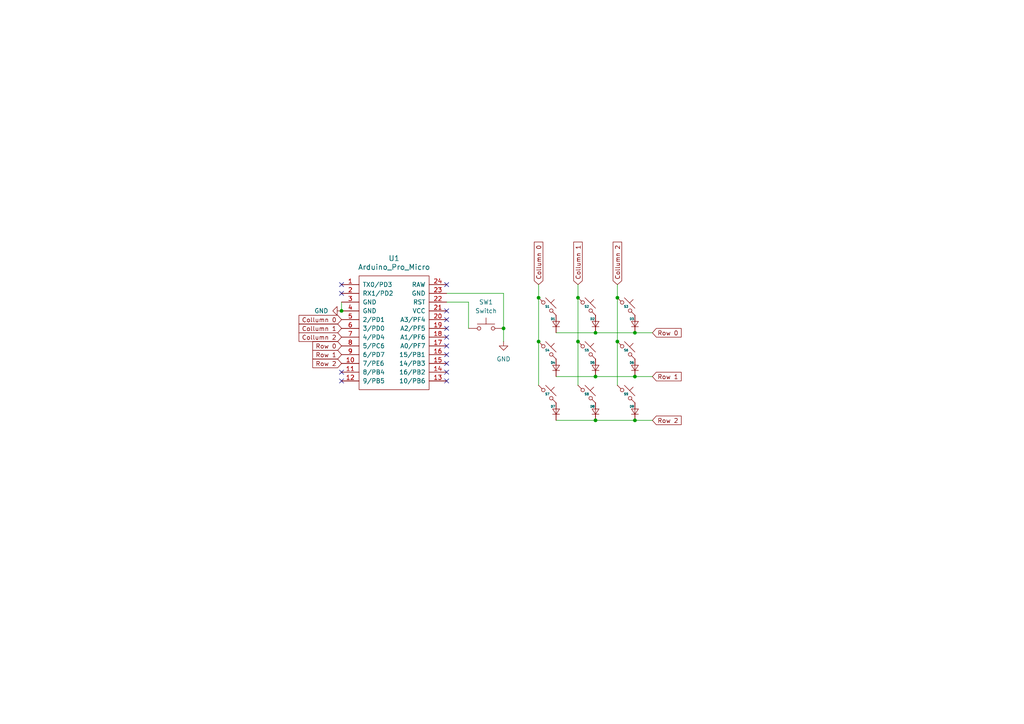
<source format=kicad_sch>
(kicad_sch (version 20250114) (generator "eeschema") (generator_version "9.0")
  (paper "A4")
  (lib_symbols
    (symbol "ScottoKeebs:MCU_Arduino_Pro_Micro" (pin_names (offset 1.016))
      (property "Reference" "U" (at 0 0 0))
      (property "Value" "Arduino_Pro_Micro" (at 0 -19.05 0))
      (symbol "MCU_Arduino_Pro_Micro_0_1"
        (rectangle (start -10.16 16.51) (end 10.16 -16.51))
      )
      (symbol "MCU_Arduino_Pro_Micro_1_1"
        (pin input line (at -15.24 13.97 0) (length 5.08) (name "TX0/PD3") (number "1"))
        (pin input line (at -15.24 11.43 0) (length 5.08) (name "RX1/PD2") (number "2"))
        (pin input line (at -15.24 8.89 0) (length 5.08) (name "GND") (number "3"))
        (pin input line (at -15.24 6.35 0) (length 5.08) (name "GND") (number "4"))
        (pin input line (at -15.24 3.81 0) (length 5.08) (name "2/PD1") (number "5"))
        (pin input line (at -15.24 1.27 0) (length 5.08) (name "3/PD0") (number "6"))
        (pin input line (at -15.24 -1.27 0) (length 5.08) (name "4/PD4") (number "7"))
        (pin input line (at -15.24 -3.81 0) (length 5.08) (name "5/PC6") (number "8"))
        (pin input line (at -15.24 -6.35 0) (length 5.08) (name "6/PD7") (number "9"))
        (pin input line (at -15.24 -8.89 0) (length 5.08) (name "7/PE6") (number "10"))
        (pin input line (at -15.24 -11.43 0) (length 5.08) (name "8/PB4") (number "11"))
        (pin input line (at -15.24 -13.97 0) (length 5.08) (name "9/PB5") (number "12"))
        (pin input line (at 15.24 13.97 180) (length 5.08) (name "RAW") (number "24"))
        (pin input line (at 15.24 11.43 180) (length 5.08) (name "GND") (number "23"))
        (pin input line (at 15.24 8.89 180) (length 5.08) (name "RST") (number "22"))
        (pin input line (at 15.24 6.35 180) (length 5.08) (name "VCC") (number "21"))
        (pin input line (at 15.24 3.81 180) (length 5.08) (name "A3/PF4") (number "20"))
        (pin input line (at 15.24 1.27 180) (length 5.08) (name "A2/PF5") (number "19"))
        (pin input line (at 15.24 -1.27 180) (length 5.08) (name "A1/PF6") (number "18"))
        (pin input line (at 15.24 -3.81 180) (length 5.08) (name "A0/PF7") (number "17"))
        (pin input line (at 15.24 -6.35 180) (length 5.08) (name "15/PB1") (number "16"))
        (pin input line (at 15.24 -8.89 180) (length 5.08) (name "14/PB3") (number "15"))
        (pin input line (at 15.24 -11.43 180) (length 5.08) (name "16/PB2") (number "14"))
        (pin input line (at 15.24 -13.97 180) (length 5.08) (name "10/PB6") (number "13"))
      )
    )
    (symbol "ScottoKeebs:Placeholder_Diode" (pin_numbers (hide yes)) (pin_names (hide yes))
      (property "Reference" "D" (at -0.15 1.066 0))
      (symbol "Placeholder_Diode_0_1"
        (polyline (pts (xy 0 -0.762) (xy 0 0.762)))
      )
      (symbol "Placeholder_Diode_1_1"
        (polyline (pts (xy 1.016 0.762) (xy 0 -0.762) (xy -1.016 0.762) (xy 1.016 0.762)) (stroke (width 0.1524)))
        (polyline (pts (xy 1.016 -0.762) (xy -1.016 -0.762)) (stroke (width 0.1524)))
        (pin passive line (at 0 2.54 270) (length 1.778) (name "A") (number "2"))
        (pin passive line (at 0 -2.54 90) (length 1.778) (name "K") (number "1"))
      )
    )
    (symbol "ScottoKeebs:Placeholder_Keyswitch" (pin_numbers (hide yes)) (pin_names (offset 1.016) (hide yes))
      (property "Reference" "S" (at 0 0 0))
      (symbol "Placeholder_Keyswitch_0_1"
        (polyline (pts (xy -2.54 2.54) (xy -1.524 1.524) (xy -1.524 1.524)))
        (circle (center -1.1684 1.1684) (radius 0.508))
        (polyline (pts (xy -0.508 2.54) (xy 2.54 -0.508)))
        (polyline (pts (xy 1.016 1.016) (xy 2.032 2.032)))
        (circle (center 1.143 -1.1938) (radius 0.508))
        (polyline (pts (xy 1.524 -1.524) (xy 2.54 -2.54) (xy 2.54 -2.54) (xy 2.54 -2.54)))
        (pin passive line (at -2.54 2.54 0) (length 0) (name "1") (number "1"))
        (pin passive line (at 2.54 -2.54 180) (length 0) (name "2") (number "2"))
      )
    )
    (symbol "ScottoKeebs:Placeholder_Switch" (pin_numbers (hide yes)) (pin_names (offset 1.016) (hide yes))
      (property "Reference" "SW" (at 1.27 2.54 0))
      (property "Value" "Switch" (at 0 -1.524 0))
      (symbol "Placeholder_Switch_0_1"
        (circle (center -2.032 0) (radius 0.508))
        (polyline (pts (xy 0 1.27) (xy 0 3.048)))
        (circle (center 2.032 0) (radius 0.508))
        (polyline (pts (xy 2.54 1.27) (xy -2.54 1.27)))
        (pin passive line (at -5.08 0 0) (length 2.54) (name "1") (number "1"))
        (pin passive line (at 5.08 0 180) (length 2.54) (name "2") (number "2"))
      )
    )
    (symbol "power:GND" (power) (pin_numbers (hide yes)) (pin_names (offset 0) (hide yes))
      (property "Value" "GND" (at 0 -3.81 0))
      (symbol "GND_0_1"
        (polyline (pts (xy 0 0) (xy 0 -1.27) (xy 1.27 -1.27) (xy 0 -2.54) (xy -1.27 -1.27) (xy 0 -1.27)))
      )
      (symbol "GND_1_1"
        (pin power_in line (at 0 0 270) (length 0) (name "~") (number "1"))
      )
    )
  )
  (junction (at 184.15 109.22))
  (junction (at 172.72 121.92))
  (junction (at 184.15 96.52))
  (junction (at 156.21 99.06))
  (junction (at 156.21 86.36))
  (junction (at 99.06 90.17))
  (junction (at 184.15 121.92))
  (junction (at 179.07 86.36))
  (junction (at 167.64 86.36))
  (junction (at 172.72 96.52))
  (junction (at 172.72 109.22))
  (junction (at 167.64 99.06))
  (junction (at 146.05 95.25))
  (junction (at 179.07 99.06))
  (no_connect (at 129.54 97.79))
  (no_connect (at 99.06 82.55))
  (no_connect (at 129.54 92.71))
  (no_connect (at 129.54 102.87))
  (no_connect (at 99.06 107.95))
  (no_connect (at 129.54 95.25))
  (no_connect (at 99.06 110.49))
  (no_connect (at 99.06 85.09))
  (no_connect (at 129.54 82.55))
  (no_connect (at 129.54 110.49))
  (no_connect (at 129.54 90.17))
  (no_connect (at 129.54 105.41))
  (no_connect (at 129.54 107.95))
  (no_connect (at 129.54 100.33))
  (wire (pts (xy 167.64 99.06) (xy 167.64 111.76)))
  (wire (pts (xy 146.05 85.09) (xy 146.05 95.25)))
  (wire (pts (xy 172.72 109.22) (xy 184.15 109.22)))
  (wire (pts (xy 189.23 109.22) (xy 184.15 109.22)))
  (wire (pts (xy 167.64 86.36) (xy 167.64 99.06)))
  (wire (pts (xy 156.21 86.36) (xy 156.21 99.06)))
  (wire (pts (xy 129.54 87.63) (xy 135.89 87.63)))
  (wire (pts (xy 167.64 82.55) (xy 167.64 86.36)))
  (wire (pts (xy 161.29 96.52) (xy 172.72 96.52)))
  (wire (pts (xy 189.23 121.92) (xy 184.15 121.92)))
  (wire (pts (xy 156.21 82.55) (xy 156.21 86.36)))
  (wire (pts (xy 99.06 87.63) (xy 99.06 90.17)))
  (wire (pts (xy 146.05 95.25) (xy 146.05 99.06)))
  (wire (pts (xy 135.89 87.63) (xy 135.89 95.25)))
  (wire (pts (xy 172.72 96.52) (xy 184.15 96.52)))
  (wire (pts (xy 161.29 109.22) (xy 172.72 109.22)))
  (wire (pts (xy 179.07 82.55) (xy 179.07 86.36)))
  (wire (pts (xy 172.72 121.92) (xy 184.15 121.92)))
  (wire (pts (xy 161.29 121.92) (xy 172.72 121.92)))
  (wire (pts (xy 179.07 86.36) (xy 179.07 99.06)))
  (wire (pts (xy 179.07 99.06) (xy 179.07 111.76)))
  (wire (pts (xy 156.21 99.06) (xy 156.21 111.76)))
  (wire (pts (xy 189.23 96.52) (xy 184.15 96.52)))
  (wire (pts (xy 129.54 85.09) (xy 146.05 85.09)))
  (global_label "Collumn 0" (shape input) (at 99.06 92.71 180) (property "Intersheetrefs" "${INTERSHEET_REFS}" (effects (hide yes))))
  (global_label "Row 0" (shape input) (at 99.06 100.33 180) (property "Intersheetrefs" "${INTERSHEET_REFS}" (effects (hide yes))))
  (global_label "Collumn 0" (shape input) (at 156.21 82.55 90) (property "Intersheetrefs" "${INTERSHEET_REFS}" (effects (hide yes))))
  (global_label "Collumn 1" (shape input) (at 99.06 95.25 180) (property "Intersheetrefs" "${INTERSHEET_REFS}" (effects (hide yes))))
  (global_label "Row 1" (shape input) (at 189.23 109.22 0) (property "Intersheetrefs" "${INTERSHEET_REFS}" (effects (hide yes))))
  (global_label "Collumn 2" (shape input) (at 99.06 97.79 180) (property "Intersheetrefs" "${INTERSHEET_REFS}" (effects (hide yes))))
  (global_label "Row 0" (shape input) (at 189.23 96.52 0) (property "Intersheetrefs" "${INTERSHEET_REFS}" (effects (hide yes))))
  (global_label "Row 2" (shape input) (at 99.06 105.41 180) (property "Intersheetrefs" "${INTERSHEET_REFS}" (effects (hide yes))))
  (global_label "Collumn 1" (shape input) (at 167.64 82.55 90) (property "Intersheetrefs" "${INTERSHEET_REFS}" (effects (hide yes))))
  (global_label "Row 2" (shape input) (at 189.23 121.92 0) (property "Intersheetrefs" "${INTERSHEET_REFS}" (effects (hide yes))))
  (global_label "Row 1" (shape input) (at 99.06 102.87 180) (property "Intersheetrefs" "${INTERSHEET_REFS}" (effects (hide yes))))
  (global_label "Collumn 2" (shape input) (at 179.07 82.55 90) (property "Intersheetrefs" "${INTERSHEET_REFS}" (effects (hide yes))))
  (symbol (lib_id "ScottoKeebs:Placeholder_Diode") (at 161.29 119.38 0) (unit 1)
    (property "Reference" "D7" (at 161.14 118.314 0) (effects (font (size 0.635 0.635) (thickness 0.127) (bold yes)) (justify right bottom)))
    (property "Footprint" "ScottoKeebs_Components:Diode_DO-35" (effects (hide yes)))
  )
  (symbol (lib_id "ScottoKeebs:Placeholder_Diode") (at 184.15 93.98 0) (unit 1)
    (property "Reference" "D3" (at 184 92.914 0) (effects (font (size 0.635 0.635) (thickness 0.127) (bold yes)) (justify right bottom)))
    (property "Footprint" "ScottoKeebs_Components:Diode_DO-35" (effects (hide yes)))
  )
  (symbol (lib_id "ScottoKeebs:Placeholder_Keyswitch") (at 158.75 101.6 0) (unit 1)
    (property "Reference" "S4" (at 158.75 101.6 0) (effects (font (size 0.635 0.635) (thickness 0.127) (bold yes))))
    (property "Footprint" "ScottoKeebs_MX:MX_PCB_1.00u" (effects (hide yes)))
  )
  (symbol (lib_id "ScottoKeebs:MCU_Arduino_Pro_Micro") (at 114.3 96.52 0) (unit 1)
    (property "Reference" "U1" (at 114.3 74.93 0) (effects (font (size 1.524 1.524))))
    (property "Value" "Arduino_Pro_Micro" (at 114.3 77.47 0) (effects (font (size 1.524 1.524))))
    (property "Footprint" "ScottoKeebs_MCU:Arduino_Pro_Micro" (effects (hide yes)))
  )
  (symbol (lib_id "ScottoKeebs:Placeholder_Keyswitch") (at 181.61 114.3 0) (unit 1)
    (property "Reference" "S9" (at 181.61 114.3 0) (effects (font (size 0.635 0.635) (thickness 0.127) (bold yes))))
    (property "Footprint" "ScottoKeebs_MX:MX_PCB_1.00u" (effects (hide yes)))
  )
  (symbol (lib_id "ScottoKeebs:Placeholder_Keyswitch") (at 170.18 101.6 0) (unit 1)
    (property "Reference" "S5" (at 170.18 101.6 0) (effects (font (size 0.635 0.635) (thickness 0.127) (bold yes))))
    (property "Footprint" "ScottoKeebs_MX:MX_PCB_1.00u" (effects (hide yes)))
  )
  (symbol (lib_id "ScottoKeebs:Placeholder_Diode") (at 184.15 106.68 0) (unit 1)
    (property "Reference" "D6" (at 184 105.614 0) (effects (font (size 0.635 0.635) (thickness 0.127) (bold yes)) (justify right bottom)))
    (property "Footprint" "ScottoKeebs_Components:Diode_DO-35" (effects (hide yes)))
  )
  (symbol (lib_id "ScottoKeebs:Placeholder_Keyswitch") (at 170.18 114.3 0) (unit 1)
    (property "Reference" "S8" (at 170.18 114.3 0) (effects (font (size 0.635 0.635) (thickness 0.127) (bold yes))))
    (property "Footprint" "ScottoKeebs_MX:MX_PCB_1.00u" (effects (hide yes)))
  )
  (symbol (lib_id "ScottoKeebs:Placeholder_Diode") (at 161.29 106.68 0) (unit 1)
    (property "Reference" "D4" (at 161.14 105.614 0) (effects (font (size 0.635 0.635) (thickness 0.127) (bold yes)) (justify right bottom)))
    (property "Footprint" "ScottoKeebs_Components:Diode_DO-35" (effects (hide yes)))
  )
  (symbol (lib_id "power:GND") (at 146.05 99.06 0) (unit 1)
    (property "Reference" "#PWR02" (effects (hide yes)))
    (property "Value" "GND" (at 146.05 104.14 0))
    (property "Description" "Power symbol creates a global label with name \"GND\" , ground" (effects (hide yes)))
  )
  (symbol (lib_id "ScottoKeebs:Placeholder_Keyswitch") (at 181.61 101.6 0) (unit 1)
    (property "Reference" "S6" (at 181.61 101.6 0) (effects (font (size 0.635 0.635) (thickness 0.127) (bold yes))))
    (property "Footprint" "ScottoKeebs_MX:MX_PCB_1.00u" (effects (hide yes)))
  )
  (symbol (lib_id "ScottoKeebs:Placeholder_Diode") (at 184.15 119.38 0) (unit 1)
    (property "Reference" "D9" (at 184 118.314 0) (effects (font (size 0.635 0.635) (thickness 0.127) (bold yes)) (justify right bottom)))
    (property "Footprint" "ScottoKeebs_Components:Diode_DO-35" (effects (hide yes)))
  )
  (symbol (lib_id "ScottoKeebs:Placeholder_Keyswitch") (at 158.75 114.3 0) (unit 1)
    (property "Reference" "S7" (at 158.75 114.3 0) (effects (font (size 0.635 0.635) (thickness 0.127) (bold yes))))
    (property "Footprint" "ScottoKeebs_MX:MX_PCB_1.00u" (effects (hide yes)))
  )
  (symbol (lib_id "ScottoKeebs:Placeholder_Diode") (at 172.72 106.68 0) (unit 1)
    (property "Reference" "D5" (at 172.57 105.614 0) (effects (font (size 0.635 0.635) (thickness 0.127) (bold yes)) (justify right bottom)))
    (property "Footprint" "ScottoKeebs_Components:Diode_DO-35" (effects (hide yes)))
  )
  (symbol (lib_id "ScottoKeebs:Placeholder_Keyswitch") (at 181.61 88.9 0) (unit 1)
    (property "Reference" "S3" (at 181.61 88.9 0) (effects (font (size 0.635 0.635) (thickness 0.127) (bold yes))))
    (property "Footprint" "ScottoKeebs_MX:MX_PCB_1.00u" (effects (hide yes)))
  )
  (symbol (lib_id "ScottoKeebs:Placeholder_Diode") (at 172.72 119.38 0) (unit 1)
    (property "Reference" "D8" (at 172.57 118.314 0) (effects (font (size 0.635 0.635) (thickness 0.127) (bold yes)) (justify right bottom)))
    (property "Footprint" "ScottoKeebs_Components:Diode_DO-35" (effects (hide yes)))
  )
  (symbol (lib_id "power:GND") (at 99.06 90.17 270) (unit 1)
    (property "Reference" "#PWR01" (effects (hide yes)))
    (property "Value" "GND" (at 95.25 90.1699 90) (effects (justify right)))
    (property "Description" "Power symbol creates a global label with name \"GND\" , ground" (effects (hide yes)))
  )
  (symbol (lib_id "ScottoKeebs:Placeholder_Switch") (at 140.97 95.25 0) (unit 1)
    (property "Reference" "SW1" (at 140.97 87.63 0))
    (property "Value" "Switch" (at 140.97 90.17 0))
    (property "Footprint" "Button_Switch_THT:SW_PUSH_6mm" (effects (hide yes)))
    (property "Description" "Push button switch, generic, two pins" (effects (hide yes)))
  )
  (symbol (lib_id "ScottoKeebs:Placeholder_Keyswitch") (at 158.75 88.9 0) (unit 1)
    (property "Reference" "S1" (at 158.75 88.9 0) (effects (font (size 0.635 0.635) (thickness 0.127) (bold yes))))
    (property "Footprint" "ScottoKeebs_MX:MX_PCB_1.00u" (effects (hide yes)))
  )
  (symbol (lib_id "ScottoKeebs:Placeholder_Diode") (at 172.72 93.98 0) (unit 1)
    (property "Reference" "D2" (at 172.57 92.914 0) (effects (font (size 0.635 0.635) (thickness 0.127) (bold yes)) (justify right bottom)))
    (property "Footprint" "ScottoKeebs_Components:Diode_DO-35" (effects (hide yes)))
  )
  (symbol (lib_id "ScottoKeebs:Placeholder_Keyswitch") (at 170.18 88.9 0) (unit 1)
    (property "Reference" "S2" (at 170.18 88.9 0) (effects (font (size 0.635 0.635) (thickness 0.127) (bold yes))))
    (property "Footprint" "ScottoKeebs_MX:MX_PCB_1.00u" (effects (hide yes)))
  )
  (symbol (lib_id "ScottoKeebs:Placeholder_Diode") (at 161.29 93.98 0) (unit 1)
    (property "Reference" "D1" (at 161.14 92.914 0) (effects (font (size 0.635 0.635) (thickness 0.127) (bold yes)) (justify right bottom)))
    (property "Footprint" "ScottoKeebs_Components:Diode_DO-35" (effects (hide yes)))
  )
)
</source>
